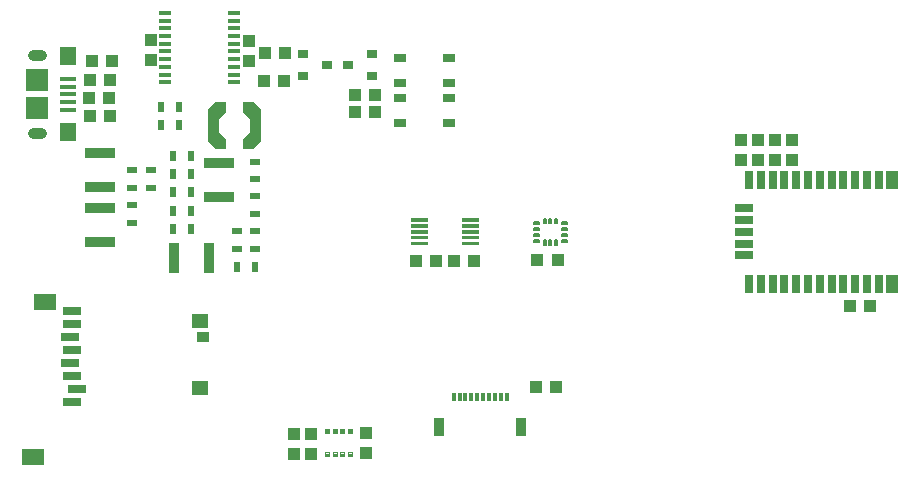
<source format=gbr>
G04 EAGLE Gerber RS-274X export*
G75*
%MOMM*%
%FSLAX34Y34*%
%LPD*%
%INSolderpaste Top*%
%IPPOS*%
%AMOC8*
5,1,8,0,0,1.08239X$1,22.5*%
G01*
%ADD10R,1.000000X1.100000*%
%ADD11R,1.100000X1.000000*%
%ADD12R,0.990600X0.304800*%
%ADD13R,0.900000X0.800000*%
%ADD14C,0.112500*%
%ADD15R,0.850000X1.500000*%
%ADD16R,0.300000X0.655000*%
%ADD17R,1.050000X0.650000*%
%ADD18R,1.500000X0.700000*%
%ADD19R,0.700000X1.500000*%
%ADD20R,1.000000X1.500000*%
%ADD21R,1.350000X0.400000*%
%ADD22R,1.400000X1.600000*%
%ADD23R,1.900000X1.900000*%
%ADD24C,0.900000*%
%ADD25R,0.900000X0.600000*%
%ADD26R,0.600000X0.900000*%
%ADD27R,0.900000X2.500000*%
%ADD28R,2.500000X0.900000*%
%ADD29C,0.075000*%
%ADD30C,0.175000*%
%ADD31R,1.500000X0.800000*%
%ADD32R,1.900000X1.400000*%
%ADD33R,1.400000X1.300000*%
%ADD34R,1.000000X0.950000*%

G36*
X175047Y272037D02*
X175047Y272037D01*
X175042Y272044D01*
X175049Y272050D01*
X175049Y279800D01*
X175033Y279821D01*
X175035Y279834D01*
X169249Y285770D01*
X169249Y297230D01*
X175035Y303166D01*
X175039Y303192D01*
X175049Y303200D01*
X175049Y310950D01*
X175013Y310997D01*
X175006Y310992D01*
X175000Y310999D01*
X166100Y310999D01*
X166079Y310983D01*
X166066Y310985D01*
X160466Y305485D01*
X160462Y305462D01*
X160453Y305455D01*
X160454Y305453D01*
X160451Y305450D01*
X160451Y277550D01*
X160467Y277528D01*
X160466Y277515D01*
X166066Y272015D01*
X166092Y272011D01*
X166100Y272001D01*
X175000Y272001D01*
X175047Y272037D01*
G37*
G36*
X198921Y272017D02*
X198921Y272017D01*
X198935Y272015D01*
X204535Y277515D01*
X204538Y277542D01*
X204549Y277550D01*
X204549Y305450D01*
X204533Y305472D01*
X204535Y305485D01*
X198935Y310985D01*
X198908Y310989D01*
X198900Y310999D01*
X190000Y310999D01*
X189953Y310963D01*
X189958Y310956D01*
X189951Y310950D01*
X189951Y303200D01*
X189967Y303179D01*
X189965Y303166D01*
X195751Y297230D01*
X195751Y285770D01*
X189965Y279834D01*
X189961Y279808D01*
X189951Y279800D01*
X189951Y272050D01*
X189987Y272003D01*
X189994Y272008D01*
X190000Y272001D01*
X198900Y272001D01*
X198921Y272017D01*
G37*
D10*
X195050Y346220D03*
X195050Y363220D03*
D11*
X61450Y345680D03*
X78450Y345680D03*
X60450Y299280D03*
X77450Y299280D03*
D10*
X112050Y363780D03*
X112050Y346780D03*
X59750Y330280D03*
X76750Y330280D03*
X59450Y314880D03*
X76450Y314880D03*
X208350Y352880D03*
X225350Y352880D03*
X207550Y328780D03*
X224550Y328780D03*
D12*
X182398Y328140D03*
X182398Y334640D03*
X182398Y341140D03*
X182398Y347640D03*
X182398Y354140D03*
X182398Y360640D03*
X182398Y367140D03*
X182398Y373640D03*
X182398Y380140D03*
X182398Y386640D03*
X124042Y386640D03*
X124042Y380140D03*
X124042Y373640D03*
X124042Y367140D03*
X124042Y360640D03*
X124042Y354140D03*
X124042Y347640D03*
X124042Y341140D03*
X124042Y334640D03*
X124042Y328140D03*
D13*
X240550Y352180D03*
X240550Y333180D03*
X260550Y342680D03*
X298550Y333320D03*
X298550Y352320D03*
X278550Y342820D03*
D14*
X265512Y15228D02*
X265512Y11452D01*
X265512Y15228D02*
X268888Y15228D01*
X268888Y11452D01*
X265512Y11452D01*
X265512Y12521D02*
X268888Y12521D01*
X268888Y13590D02*
X265512Y13590D01*
X265512Y14659D02*
X268888Y14659D01*
X272012Y15228D02*
X272012Y11452D01*
X272012Y15228D02*
X275388Y15228D01*
X275388Y11452D01*
X272012Y11452D01*
X272012Y12521D02*
X275388Y12521D01*
X275388Y13590D02*
X272012Y13590D01*
X272012Y14659D02*
X275388Y14659D01*
X278512Y15228D02*
X278512Y11452D01*
X278512Y15228D02*
X281888Y15228D01*
X281888Y11452D01*
X278512Y11452D01*
X278512Y12521D02*
X281888Y12521D01*
X281888Y13590D02*
X278512Y13590D01*
X278512Y14659D02*
X281888Y14659D01*
X259012Y15228D02*
X259012Y11452D01*
X259012Y15228D02*
X262388Y15228D01*
X262388Y11452D01*
X259012Y11452D01*
X259012Y12521D02*
X262388Y12521D01*
X262388Y13590D02*
X259012Y13590D01*
X259012Y14659D02*
X262388Y14659D01*
X265512Y30852D02*
X265512Y34628D01*
X268888Y34628D01*
X268888Y30852D01*
X265512Y30852D01*
X265512Y31921D02*
X268888Y31921D01*
X268888Y32990D02*
X265512Y32990D01*
X265512Y34059D02*
X268888Y34059D01*
X272012Y34628D02*
X272012Y30852D01*
X272012Y34628D02*
X275388Y34628D01*
X275388Y30852D01*
X272012Y30852D01*
X272012Y31921D02*
X275388Y31921D01*
X275388Y32990D02*
X272012Y32990D01*
X272012Y34059D02*
X275388Y34059D01*
X278512Y34628D02*
X278512Y30852D01*
X278512Y34628D02*
X281888Y34628D01*
X281888Y30852D01*
X278512Y30852D01*
X278512Y31921D02*
X281888Y31921D01*
X281888Y32990D02*
X278512Y32990D01*
X278512Y34059D02*
X281888Y34059D01*
X259012Y34628D02*
X259012Y30852D01*
X259012Y34628D02*
X262388Y34628D01*
X262388Y30852D01*
X259012Y30852D01*
X259012Y31921D02*
X262388Y31921D01*
X262388Y32990D02*
X259012Y32990D01*
X259012Y34059D02*
X262388Y34059D01*
D10*
X284280Y317250D03*
X301280Y317250D03*
X284180Y302850D03*
X301180Y302850D03*
X293900Y31400D03*
X293900Y14400D03*
D15*
X356000Y36500D03*
X425000Y36500D03*
D16*
X373000Y61500D03*
X388000Y61500D03*
X398000Y61500D03*
X408000Y61500D03*
X413000Y61500D03*
X403000Y61500D03*
X393000Y61500D03*
X383000Y61500D03*
X378000Y61500D03*
X368000Y61500D03*
D11*
X232500Y13000D03*
X232500Y30000D03*
X247000Y13000D03*
X247000Y30000D03*
D17*
X322330Y327300D03*
X363830Y327300D03*
X363830Y348800D03*
X322330Y348800D03*
X363940Y314750D03*
X322440Y314750D03*
X322440Y293250D03*
X363940Y293250D03*
D18*
X614000Y201500D03*
X614000Y211500D03*
X614000Y191500D03*
X614000Y181500D03*
X614000Y221500D03*
D19*
X618000Y157500D03*
X628000Y157500D03*
X638000Y157500D03*
X648000Y157500D03*
X658000Y157500D03*
X668000Y157500D03*
X678000Y157500D03*
X688000Y157500D03*
X698000Y157500D03*
X708000Y157500D03*
X718000Y157500D03*
X728000Y157500D03*
X618000Y245500D03*
X628000Y245500D03*
X638000Y245500D03*
X648000Y245500D03*
X658000Y245500D03*
X668000Y245500D03*
X678000Y245500D03*
X688000Y245500D03*
X698000Y245500D03*
X708000Y245500D03*
X718000Y245500D03*
X728000Y245500D03*
D20*
X739500Y245500D03*
X739500Y157500D03*
D11*
X625500Y279500D03*
X625500Y262500D03*
X611000Y262500D03*
X611000Y279500D03*
X654500Y262500D03*
X654500Y279500D03*
X640000Y262500D03*
X640000Y279500D03*
D21*
X41700Y318000D03*
X41700Y311500D03*
X41700Y324500D03*
X41700Y331000D03*
X41700Y305000D03*
D22*
X41700Y350000D03*
X41700Y286000D03*
D23*
X14950Y330000D03*
X14950Y306000D03*
D24*
X11500Y351000D02*
X18500Y351000D01*
X18500Y285000D02*
X11500Y285000D01*
D25*
X95500Y253500D03*
X95500Y238500D03*
X200000Y261000D03*
X200000Y246000D03*
X200000Y231500D03*
X200000Y216500D03*
D26*
X145500Y266000D03*
X130500Y266000D03*
D27*
X131500Y179500D03*
X160500Y179500D03*
D28*
X69000Y268500D03*
X69000Y239500D03*
X169500Y231000D03*
X169500Y260000D03*
X69000Y222000D03*
X69000Y193000D03*
D25*
X111500Y253500D03*
X111500Y238500D03*
X95500Y209000D03*
X95500Y224000D03*
D26*
X145500Y250500D03*
X130500Y250500D03*
X145500Y235000D03*
X130500Y235000D03*
X145500Y219500D03*
X130500Y219500D03*
X130500Y204000D03*
X145500Y204000D03*
D25*
X200000Y187000D03*
X200000Y202000D03*
D26*
X199500Y172000D03*
X184500Y172000D03*
D25*
X184500Y202000D03*
X184500Y187000D03*
D26*
X120500Y291500D03*
X135500Y291500D03*
X135500Y307000D03*
X120500Y307000D03*
D29*
X375125Y193125D02*
X388775Y193125D01*
X388775Y190875D01*
X375125Y190875D01*
X375125Y193125D01*
X375125Y191587D02*
X388775Y191587D01*
X388775Y192299D02*
X375125Y192299D01*
X375125Y193011D02*
X388775Y193011D01*
X388775Y198125D02*
X375125Y198125D01*
X388775Y198125D02*
X388775Y195875D01*
X375125Y195875D01*
X375125Y198125D01*
X375125Y196587D02*
X388775Y196587D01*
X388775Y197299D02*
X375125Y197299D01*
X375125Y198011D02*
X388775Y198011D01*
X388775Y203125D02*
X375125Y203125D01*
X388775Y203125D02*
X388775Y200875D01*
X375125Y200875D01*
X375125Y203125D01*
X375125Y201587D02*
X388775Y201587D01*
X388775Y202299D02*
X375125Y202299D01*
X375125Y203011D02*
X388775Y203011D01*
X388775Y208125D02*
X375125Y208125D01*
X388775Y208125D02*
X388775Y205875D01*
X375125Y205875D01*
X375125Y208125D01*
X375125Y206587D02*
X388775Y206587D01*
X388775Y207299D02*
X375125Y207299D01*
X375125Y208011D02*
X388775Y208011D01*
X388775Y213125D02*
X375125Y213125D01*
X388775Y213125D02*
X388775Y210875D01*
X375125Y210875D01*
X375125Y213125D01*
X375125Y211587D02*
X388775Y211587D01*
X388775Y212299D02*
X375125Y212299D01*
X375125Y213011D02*
X388775Y213011D01*
X345875Y213125D02*
X332225Y213125D01*
X345875Y213125D02*
X345875Y210875D01*
X332225Y210875D01*
X332225Y213125D01*
X332225Y211587D02*
X345875Y211587D01*
X345875Y212299D02*
X332225Y212299D01*
X332225Y213011D02*
X345875Y213011D01*
X345875Y208125D02*
X332225Y208125D01*
X345875Y208125D02*
X345875Y205875D01*
X332225Y205875D01*
X332225Y208125D01*
X332225Y206587D02*
X345875Y206587D01*
X345875Y207299D02*
X332225Y207299D01*
X332225Y208011D02*
X345875Y208011D01*
X345875Y203125D02*
X332225Y203125D01*
X345875Y203125D02*
X345875Y200875D01*
X332225Y200875D01*
X332225Y203125D01*
X332225Y201587D02*
X345875Y201587D01*
X345875Y202299D02*
X332225Y202299D01*
X332225Y203011D02*
X345875Y203011D01*
X345875Y198125D02*
X332225Y198125D01*
X345875Y198125D02*
X345875Y195875D01*
X332225Y195875D01*
X332225Y198125D01*
X332225Y196587D02*
X345875Y196587D01*
X345875Y197299D02*
X332225Y197299D01*
X332225Y198011D02*
X345875Y198011D01*
X345875Y193125D02*
X332225Y193125D01*
X345875Y193125D02*
X345875Y190875D01*
X332225Y190875D01*
X332225Y193125D01*
X332225Y191587D02*
X345875Y191587D01*
X345875Y192299D02*
X332225Y192299D01*
X332225Y193011D02*
X345875Y193011D01*
D11*
X385000Y176500D03*
X368000Y176500D03*
X353000Y176500D03*
X336000Y176500D03*
X703500Y139000D03*
X720500Y139000D03*
X455000Y70500D03*
X438000Y70500D03*
D30*
X436375Y208125D02*
X440425Y208125D01*
X436375Y208125D02*
X436375Y209875D01*
X440425Y209875D01*
X440425Y208125D01*
X440425Y209787D02*
X436375Y209787D01*
X436375Y203125D02*
X440425Y203125D01*
X436375Y203125D02*
X436375Y204875D01*
X440425Y204875D01*
X440425Y203125D01*
X440425Y204787D02*
X436375Y204787D01*
X436375Y198125D02*
X440425Y198125D01*
X436375Y198125D02*
X436375Y199875D01*
X440425Y199875D01*
X440425Y198125D01*
X440425Y199787D02*
X436375Y199787D01*
X436375Y193125D02*
X440425Y193125D01*
X436375Y193125D02*
X436375Y194875D01*
X440425Y194875D01*
X440425Y193125D01*
X440425Y194787D02*
X436375Y194787D01*
X445875Y194425D02*
X445875Y190375D01*
X444125Y190375D01*
X444125Y194425D01*
X445875Y194425D01*
X445875Y192037D02*
X444125Y192037D01*
X444125Y193699D02*
X445875Y193699D01*
X450875Y194425D02*
X450875Y190375D01*
X449125Y190375D01*
X449125Y194425D01*
X450875Y194425D01*
X450875Y192037D02*
X449125Y192037D01*
X449125Y193699D02*
X450875Y193699D01*
X455875Y194425D02*
X455875Y190375D01*
X454125Y190375D01*
X454125Y194425D01*
X455875Y194425D01*
X455875Y192037D02*
X454125Y192037D01*
X454125Y193699D02*
X455875Y193699D01*
X459575Y194875D02*
X463625Y194875D01*
X463625Y193125D01*
X459575Y193125D01*
X459575Y194875D01*
X459575Y194787D02*
X463625Y194787D01*
X463625Y199875D02*
X459575Y199875D01*
X463625Y199875D02*
X463625Y198125D01*
X459575Y198125D01*
X459575Y199875D01*
X459575Y199787D02*
X463625Y199787D01*
X463625Y204875D02*
X459575Y204875D01*
X463625Y204875D02*
X463625Y203125D01*
X459575Y203125D01*
X459575Y204875D01*
X459575Y204787D02*
X463625Y204787D01*
X463625Y209875D02*
X459575Y209875D01*
X463625Y209875D02*
X463625Y208125D01*
X459575Y208125D01*
X459575Y209875D01*
X459575Y209787D02*
X463625Y209787D01*
X454125Y208575D02*
X454125Y212625D01*
X455875Y212625D01*
X455875Y208575D01*
X454125Y208575D01*
X454125Y210237D02*
X455875Y210237D01*
X455875Y211899D02*
X454125Y211899D01*
X449125Y212625D02*
X449125Y208575D01*
X449125Y212625D02*
X450875Y212625D01*
X450875Y208575D01*
X449125Y208575D01*
X449125Y210237D02*
X450875Y210237D01*
X450875Y211899D02*
X449125Y211899D01*
X444125Y212625D02*
X444125Y208575D01*
X444125Y212625D02*
X445875Y212625D01*
X445875Y208575D01*
X444125Y208575D01*
X444125Y210237D02*
X445875Y210237D01*
X445875Y211899D02*
X444125Y211899D01*
D11*
X439000Y178000D03*
X456000Y178000D03*
D31*
X44900Y134100D03*
D32*
X22000Y142000D03*
D33*
X153500Y126000D03*
D34*
X155500Y112100D03*
D33*
X153500Y69000D03*
D32*
X12000Y10500D03*
D31*
X44900Y123100D03*
X42900Y112100D03*
X44900Y101100D03*
X42900Y90100D03*
X44900Y79100D03*
X48900Y68100D03*
X44900Y57100D03*
M02*

</source>
